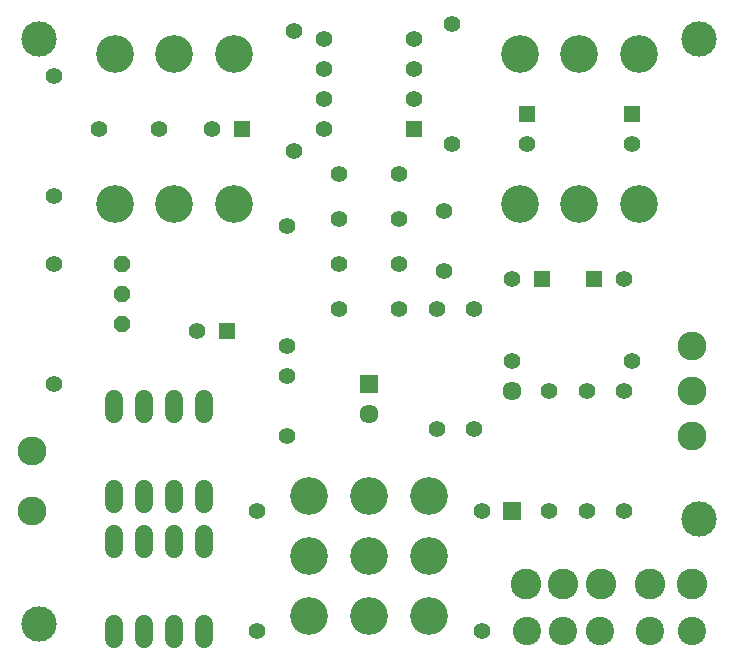
<source format=gbs>
G75*
G70*
%OFA0B0*%
%FSLAX24Y24*%
%IPPOS*%
%LPD*%
%AMOC8*
5,1,8,0,0,1.08239X$1,22.5*
%
%ADD10C,0.1182*%
%ADD11R,0.0556X0.0556*%
%ADD12C,0.0556*%
%ADD13C,0.0966*%
%ADD14C,0.0634*%
%ADD15R,0.0634X0.0634*%
%ADD16C,0.1261*%
%ADD17OC8,0.0556*%
%ADD18C,0.0600*%
%ADD19C,0.1025*%
%ADD20C,0.0946*%
D10*
X001802Y001802D03*
X001802Y021302D03*
X023802Y021302D03*
X023802Y005302D03*
D11*
X020302Y013302D03*
X018552Y013302D03*
X014302Y018302D03*
X018052Y018802D03*
X021552Y018802D03*
X008552Y018302D03*
X008052Y011552D03*
D12*
X007052Y011552D03*
X010052Y011052D03*
X010052Y010052D03*
X010052Y008052D03*
X009052Y005552D03*
X009052Y001552D03*
X016552Y001552D03*
X016552Y005552D03*
X018802Y005552D03*
X020052Y005552D03*
X021302Y005552D03*
X021302Y009552D03*
X021552Y010552D03*
X020052Y009552D03*
X018802Y009552D03*
X017552Y010552D03*
X016302Y012302D03*
X015052Y012302D03*
X013802Y012302D03*
X013802Y013802D03*
X015302Y013552D03*
X013802Y015302D03*
X013802Y016802D03*
X015302Y015552D03*
X015552Y017802D03*
X014302Y019302D03*
X014302Y020302D03*
X014302Y021302D03*
X015552Y021802D03*
X011302Y021302D03*
X010302Y021552D03*
X011302Y020302D03*
X011302Y019302D03*
X011302Y018302D03*
X010302Y017552D03*
X011802Y016802D03*
X011802Y015302D03*
X011802Y013802D03*
X011802Y012302D03*
X010052Y015052D03*
X007552Y018302D03*
X005802Y018302D03*
X003802Y018302D03*
X002302Y020052D03*
X002302Y016052D03*
X002302Y013802D03*
X002302Y009802D03*
X015052Y008302D03*
X016302Y008302D03*
X017552Y013302D03*
X021302Y013302D03*
X021552Y017802D03*
X018052Y017802D03*
D13*
X023552Y011052D03*
X023552Y009552D03*
X023552Y008052D03*
X001552Y007552D03*
X001552Y005552D03*
D14*
X012802Y008802D03*
X017552Y009552D03*
D15*
X017552Y005552D03*
X012802Y009802D03*
D16*
X012802Y006052D03*
X010802Y006052D03*
X010802Y004052D03*
X012802Y004052D03*
X014802Y004052D03*
X014802Y002052D03*
X012802Y002052D03*
X010802Y002052D03*
X014802Y006052D03*
X017834Y015802D03*
X019802Y015802D03*
X021771Y015802D03*
X021771Y020802D03*
X019802Y020802D03*
X017834Y020802D03*
X008271Y020802D03*
X006302Y020802D03*
X004334Y020802D03*
X004334Y015802D03*
X006302Y015802D03*
X008271Y015802D03*
D17*
X004552Y013802D03*
X004552Y012802D03*
X004552Y011802D03*
D18*
X004302Y009312D02*
X004302Y008792D01*
X005302Y008792D02*
X005302Y009312D01*
X006302Y009312D02*
X006302Y008792D01*
X007302Y008792D02*
X007302Y009312D01*
X007302Y006312D02*
X007302Y005792D01*
X006302Y005792D02*
X006302Y006312D01*
X005302Y006312D02*
X005302Y005792D01*
X004302Y005792D02*
X004302Y006312D01*
X004302Y004812D02*
X004302Y004292D01*
X005302Y004292D02*
X005302Y004812D01*
X006302Y004812D02*
X006302Y004292D01*
X007302Y004292D02*
X007302Y004812D01*
X007302Y001812D02*
X007302Y001292D01*
X006302Y001292D02*
X006302Y001812D01*
X005302Y001812D02*
X005302Y001292D01*
X004302Y001292D02*
X004302Y001812D01*
D19*
X018012Y003122D03*
X019262Y003122D03*
X020512Y003122D03*
X022152Y003127D03*
X023552Y003127D03*
D20*
X023552Y001577D03*
X022152Y001577D03*
X020487Y001572D03*
X019262Y001572D03*
X018037Y001572D03*
M02*

</source>
